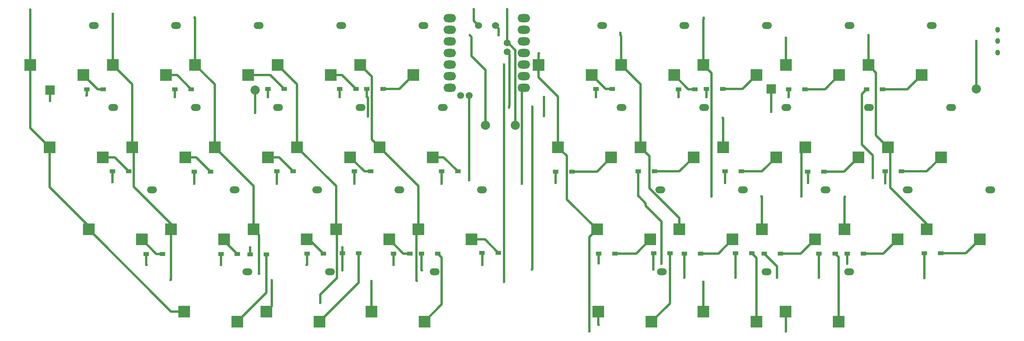
<source format=gbr>
%TF.GenerationSoftware,KiCad,Pcbnew,8.0.7*%
%TF.CreationDate,2025-05-18T22:23:59+09:00*%
%TF.ProjectId,cool436,636f6f6c-3433-4362-9e6b-696361645f70,rev?*%
%TF.SameCoordinates,Original*%
%TF.FileFunction,Copper,L2,Bot*%
%TF.FilePolarity,Positive*%
%FSLAX46Y46*%
G04 Gerber Fmt 4.6, Leading zero omitted, Abs format (unit mm)*
G04 Created by KiCad (PCBNEW 8.0.7) date 2025-05-18 22:23:59*
%MOMM*%
%LPD*%
G01*
G04 APERTURE LIST*
%TA.AperFunction,ComponentPad*%
%ADD10O,2.200000X1.500000*%
%TD*%
%TA.AperFunction,SMDPad,CuDef*%
%ADD11R,2.600000X2.600000*%
%TD*%
%TA.AperFunction,SMDPad,CuDef*%
%ADD12R,1.300000X0.950000*%
%TD*%
%TA.AperFunction,ComponentPad*%
%ADD13O,1.000000X1.300000*%
%TD*%
%TA.AperFunction,ComponentPad*%
%ADD14R,2.000000X2.000000*%
%TD*%
%TA.AperFunction,ComponentPad*%
%ADD15C,2.000000*%
%TD*%
%TA.AperFunction,ComponentPad*%
%ADD16O,2.750000X1.800000*%
%TD*%
%TA.AperFunction,ComponentPad*%
%ADD17C,1.500000*%
%TD*%
%TA.AperFunction,ComponentPad*%
%ADD18C,1.524000*%
%TD*%
%TA.AperFunction,ViaPad*%
%ADD19C,0.600000*%
%TD*%
%TA.AperFunction,Conductor*%
%ADD20C,0.500000*%
%TD*%
G04 APERTURE END LIST*
D10*
%TO.P,SW6,*%
%TO.N,*%
X41470000Y-29340000D03*
D11*
%TO.P,SW6,1,1*%
%TO.N,Col1*%
X27620000Y-38040000D03*
%TO.P,SW6,2,2*%
%TO.N,Net-(D6-A)*%
X39220000Y-40240000D03*
%TD*%
D10*
%TO.P,SW22,*%
%TO.N,*%
X134470000Y-29340000D03*
D11*
%TO.P,SW22,1,1*%
%TO.N,col5*%
X120620000Y-38040000D03*
%TO.P,SW22,2,2*%
%TO.N,Net-(D22-A)*%
X132220000Y-40240000D03*
%TD*%
D10*
%TO.P,SW14,*%
%TO.N,*%
X77470000Y-29340000D03*
D11*
%TO.P,SW14,1,1*%
%TO.N,Col3*%
X63620000Y-38040000D03*
%TO.P,SW14,2,2*%
%TO.N,Net-(D14-A)*%
X75220000Y-40240000D03*
%TD*%
D12*
%TO.P,D6,1,K*%
%TO.N,Row1*%
X41175000Y-43360000D03*
%TO.P,D6,2,A*%
%TO.N,Net-(D6-A)*%
X44725000Y-43360000D03*
%TD*%
D10*
%TO.P,SW13,*%
%TO.N,*%
X73220000Y-11340000D03*
D11*
%TO.P,SW13,1,1*%
%TO.N,Col3*%
X59370000Y-20040000D03*
%TO.P,SW13,2,2*%
%TO.N,Net-(D13-A)*%
X70970000Y-22240000D03*
%TD*%
D10*
%TO.P,SW24,*%
%TO.N,*%
X184170000Y-65340000D03*
D11*
%TO.P,SW24,1,1*%
%TO.N,col5*%
X170320000Y-74040000D03*
%TO.P,SW24,2,2*%
%TO.N,Net-(D24-A)*%
X181920000Y-76240000D03*
%TD*%
D12*
%TO.P,D7,1,K*%
%TO.N,Row2*%
X47005000Y-61390000D03*
%TO.P,D7,2,A*%
%TO.N,Net-(D7-A)*%
X50555000Y-61390000D03*
%TD*%
D10*
%TO.P,SW27,*%
%TO.N,*%
X152470000Y-29340000D03*
D11*
%TO.P,SW27,1,1*%
%TO.N,col6*%
X138620000Y-38040000D03*
%TO.P,SW27,2,2*%
%TO.N,Net-(D27-A)*%
X150220000Y-40240000D03*
%TD*%
D12*
%TO.P,D27,1,K*%
%TO.N,Row2*%
X138145000Y-43340000D03*
%TO.P,D27,2,A*%
%TO.N,Net-(D27-A)*%
X141695000Y-43340000D03*
%TD*%
%TO.P,D33,1,K*%
%TO.N,Row0*%
X170925000Y-25330000D03*
%TO.P,D33,2,A*%
%TO.N,Net-(D33-A)*%
X174475000Y-25330000D03*
%TD*%
%TO.P,D18,1,K*%
%TO.N,Row1*%
X95165000Y-43310000D03*
%TO.P,D18,2,A*%
%TO.N,Net-(D18-A)*%
X98715000Y-43310000D03*
%TD*%
D10*
%TO.P,SW23,*%
%TO.N,*%
X142970000Y-47340000D03*
D11*
%TO.P,SW23,1,1*%
%TO.N,col5*%
X129120000Y-56040000D03*
%TO.P,SW23,2,2*%
%TO.N,Net-(D23-A)*%
X140720000Y-58240000D03*
%TD*%
D12*
%TO.P,D4,1,K*%
%TO.N,Row3*%
X53365000Y-61470000D03*
%TO.P,D4,2,A*%
%TO.N,Net-(D4-A)*%
X56915000Y-61470000D03*
%TD*%
D10*
%TO.P,SW3,*%
%TO.N,*%
X31970000Y-47340000D03*
D11*
%TO.P,SW3,1,1*%
%TO.N,Col0*%
X18120000Y-56040000D03*
%TO.P,SW3,2,2*%
%TO.N,Net-(D3-A)*%
X29720000Y-58240000D03*
%TD*%
D10*
%TO.P,SW34,*%
%TO.N,*%
X202220000Y-11340000D03*
D11*
%TO.P,SW34,1,1*%
%TO.N,col8*%
X188370000Y-20040000D03*
%TO.P,SW34,2,2*%
%TO.N,Net-(D34-A)*%
X199970000Y-22240000D03*
%TD*%
D10*
%TO.P,SW26,*%
%TO.N,*%
X170470000Y-29340000D03*
D11*
%TO.P,SW26,1,1*%
%TO.N,col6*%
X156620000Y-38040000D03*
%TO.P,SW26,2,2*%
%TO.N,Net-(D26-A)*%
X168220000Y-40240000D03*
%TD*%
D10*
%TO.P,SW4,*%
%TO.N,*%
X52770000Y-65340000D03*
D11*
%TO.P,SW4,1,1*%
%TO.N,Col0*%
X38920000Y-74040000D03*
%TO.P,SW4,2,2*%
%TO.N,Net-(D4-A)*%
X50520000Y-76240000D03*
%TD*%
D12*
%TO.P,D22,1,K*%
%TO.N,Row1*%
X120080000Y-43350000D03*
%TO.P,D22,2,A*%
%TO.N,Net-(D22-A)*%
X123630000Y-43350000D03*
%TD*%
%TO.P,D26,1,K*%
%TO.N,Row1*%
X157085000Y-43320000D03*
%TO.P,D26,2,A*%
%TO.N,Net-(D26-A)*%
X160635000Y-43320000D03*
%TD*%
D13*
%TO.P,SW45,1,A*%
%TO.N,unconnected-(SW45-A-Pad1)*%
X216560000Y-12290000D03*
%TO.P,SW45,2,B*%
%TO.N,Net-(BT1--)*%
X216560000Y-14790000D03*
%TO.P,SW45,3,C*%
%TO.N,GND*%
X216560000Y-17290000D03*
%TD*%
D12*
%TO.P,D23,1,K*%
%TO.N,Row2*%
X129465000Y-61310000D03*
%TO.P,D23,2,A*%
%TO.N,Net-(D23-A)*%
X133015000Y-61310000D03*
%TD*%
D10*
%TO.P,SW20,*%
%TO.N,*%
X166170000Y-65340000D03*
D11*
%TO.P,SW20,1,1*%
%TO.N,Col4*%
X152320000Y-74040000D03*
%TO.P,SW20,2,2*%
%TO.N,Net-(D20-A)*%
X163920000Y-76240000D03*
%TD*%
D10*
%TO.P,SW12,*%
%TO.N,*%
X93670000Y-65340000D03*
D11*
%TO.P,SW12,1,1*%
%TO.N,Col2*%
X79820000Y-74040000D03*
%TO.P,SW12,2,2*%
%TO.N,Net-(D12-A)*%
X91420000Y-76240000D03*
%TD*%
D10*
%TO.P,SW33,*%
%TO.N,*%
X184220000Y-11340000D03*
D11*
%TO.P,SW33,1,1*%
%TO.N,col8*%
X170370000Y-20040000D03*
%TO.P,SW33,2,2*%
%TO.N,Net-(D33-A)*%
X181970000Y-22240000D03*
%TD*%
D12*
%TO.P,D32,1,K*%
%TO.N,Row3*%
X165655000Y-61340000D03*
%TO.P,D32,2,A*%
%TO.N,Net-(D32-A)*%
X169205000Y-61340000D03*
%TD*%
D10*
%TO.P,SW1,*%
%TO.N,*%
X19220000Y-11340000D03*
D11*
%TO.P,SW1,1,1*%
%TO.N,Col0*%
X5370000Y-20040000D03*
%TO.P,SW1,2,2*%
%TO.N,Net-(D1-A)*%
X16970000Y-22240000D03*
%TD*%
D10*
%TO.P,SW29,*%
%TO.N,*%
X166220000Y-11340000D03*
D11*
%TO.P,SW29,1,1*%
%TO.N,col7*%
X152370000Y-20040000D03*
%TO.P,SW29,2,2*%
%TO.N,Net-(D29-A)*%
X163970000Y-22240000D03*
%TD*%
D10*
%TO.P,SW31,*%
%TO.N,*%
X196970000Y-47340000D03*
D11*
%TO.P,SW31,1,1*%
%TO.N,col7*%
X183120000Y-56040000D03*
%TO.P,SW31,2,2*%
%TO.N,Net-(D31-A)*%
X194720000Y-58240000D03*
%TD*%
D14*
%TO.P,BT1,1,+*%
%TO.N,Net-(BT1-+)*%
X167170000Y-25290000D03*
D15*
%TO.P,BT1,2,-*%
%TO.N,Net-(BT1--)*%
X211970000Y-25290000D03*
%TD*%
D12*
%TO.P,D35,1,K*%
%TO.N,Row2*%
X192025000Y-43320000D03*
%TO.P,D35,2,A*%
%TO.N,Net-(D35-A)*%
X195575000Y-43320000D03*
%TD*%
%TO.P,D19,1,K*%
%TO.N,Row2*%
X104020000Y-61140000D03*
%TO.P,D19,2,A*%
%TO.N,Net-(D19-A)*%
X107570000Y-61140000D03*
%TD*%
D10*
%TO.P,SW35,*%
%TO.N,*%
X206470000Y-29340000D03*
D11*
%TO.P,SW35,1,1*%
%TO.N,col8*%
X192620000Y-38040000D03*
%TO.P,SW35,2,2*%
%TO.N,Net-(D35-A)*%
X204220000Y-40240000D03*
%TD*%
D12*
%TO.P,D1,1,K*%
%TO.N,Row0*%
X17675000Y-25330000D03*
%TO.P,D1,2,A*%
%TO.N,Net-(D1-A)*%
X21225000Y-25330000D03*
%TD*%
%TO.P,D5,1,K*%
%TO.N,Row0*%
X36945000Y-25340000D03*
%TO.P,D5,2,A*%
%TO.N,Net-(D5-A)*%
X40495000Y-25340000D03*
%TD*%
%TO.P,D10,1,K*%
%TO.N,Row1*%
X59215000Y-43310000D03*
%TO.P,D10,2,A*%
%TO.N,Net-(D10-A)*%
X62765000Y-43310000D03*
%TD*%
D10*
%TO.P,SW9,*%
%TO.N,*%
X55220000Y-11340000D03*
D11*
%TO.P,SW9,1,1*%
%TO.N,Col2*%
X41370000Y-20040000D03*
%TO.P,SW9,2,2*%
%TO.N,Net-(D9-A)*%
X52970000Y-22240000D03*
%TD*%
D10*
%TO.P,SW19,*%
%TO.N,*%
X103970000Y-47340000D03*
D11*
%TO.P,SW19,1,1*%
%TO.N,Col4*%
X90120000Y-56040000D03*
%TO.P,SW19,2,2*%
%TO.N,Net-(D19-A)*%
X101720000Y-58240000D03*
%TD*%
D12*
%TO.P,D14,1,K*%
%TO.N,Row1*%
X76135000Y-43330000D03*
%TO.P,D14,2,A*%
%TO.N,Net-(D14-A)*%
X79685000Y-43330000D03*
%TD*%
%TO.P,D31,1,K*%
%TO.N,Row2*%
X183705000Y-61360000D03*
%TO.P,D31,2,A*%
%TO.N,Net-(D31-A)*%
X187255000Y-61360000D03*
%TD*%
%TO.P,D15,1,K*%
%TO.N,Row2*%
X84655000Y-61330000D03*
%TO.P,D15,2,A*%
%TO.N,Net-(D15-A)*%
X88205000Y-61330000D03*
%TD*%
%TO.P,D3,1,K*%
%TO.N,Row2*%
X30695000Y-61420000D03*
%TO.P,D3,2,A*%
%TO.N,Net-(D3-A)*%
X34245000Y-61420000D03*
%TD*%
%TO.P,D12,1,K*%
%TO.N,Row3*%
X90815000Y-61300000D03*
%TO.P,D12,2,A*%
%TO.N,Net-(D12-A)*%
X94365000Y-61300000D03*
%TD*%
D10*
%TO.P,SW15,*%
%TO.N,*%
X85970000Y-47340000D03*
D11*
%TO.P,SW15,1,1*%
%TO.N,Col3*%
X72120000Y-56040000D03*
%TO.P,SW15,2,2*%
%TO.N,Net-(D15-A)*%
X83720000Y-58240000D03*
%TD*%
D14*
%TO.P,BT2,1,+*%
%TO.N,Bat*%
X9630000Y-25560000D03*
D15*
%TO.P,BT2,2,-*%
%TO.N,Net-(BT1-+)*%
X54430000Y-25560000D03*
%TD*%
D12*
%TO.P,D8,1,K*%
%TO.N,Row3*%
X73505000Y-61280000D03*
%TO.P,D8,2,A*%
%TO.N,Net-(D8-A)*%
X77055000Y-61280000D03*
%TD*%
%TO.P,D25,1,K*%
%TO.N,Row0*%
X146935000Y-25310000D03*
%TO.P,D25,2,A*%
%TO.N,Net-(D25-A)*%
X150485000Y-25310000D03*
%TD*%
D10*
%TO.P,SW2,*%
%TO.N,*%
X23470000Y-29340000D03*
D11*
%TO.P,SW2,1,1*%
%TO.N,Col0*%
X9620000Y-38040000D03*
%TO.P,SW2,2,2*%
%TO.N,Net-(D2-A)*%
X21220000Y-40240000D03*
%TD*%
D10*
%TO.P,SW8,*%
%TO.N,*%
X70770000Y-65340000D03*
D11*
%TO.P,SW8,1,1*%
%TO.N,Col1*%
X56920000Y-74040000D03*
%TO.P,SW8,2,2*%
%TO.N,Net-(D8-A)*%
X68520000Y-76240000D03*
%TD*%
D10*
%TO.P,SW16,*%
%TO.N,*%
X143270000Y-65340000D03*
D11*
%TO.P,SW16,1,1*%
%TO.N,Col3*%
X129420000Y-74040000D03*
%TO.P,SW16,2,2*%
%TO.N,Net-(D16-A)*%
X141020000Y-76240000D03*
%TD*%
D10*
%TO.P,SW17,*%
%TO.N,*%
X91220000Y-11340000D03*
D11*
%TO.P,SW17,1,1*%
%TO.N,Col4*%
X77370000Y-20040000D03*
%TO.P,SW17,2,2*%
%TO.N,Net-(D17-A)*%
X88970000Y-22240000D03*
%TD*%
D12*
%TO.P,D2,1,K*%
%TO.N,Row1*%
X23275000Y-43280000D03*
%TO.P,D2,2,A*%
%TO.N,Net-(D2-A)*%
X26825000Y-43280000D03*
%TD*%
%TO.P,D13,1,K*%
%TO.N,Row0*%
X72935000Y-25300000D03*
%TO.P,D13,2,A*%
%TO.N,Net-(D13-A)*%
X76485000Y-25300000D03*
%TD*%
D10*
%TO.P,SW36,*%
%TO.N,*%
X214970000Y-47340000D03*
D11*
%TO.P,SW36,1,1*%
%TO.N,col8*%
X201120000Y-56040000D03*
%TO.P,SW36,2,2*%
%TO.N,Net-(D36-A)*%
X212720000Y-58240000D03*
%TD*%
D12*
%TO.P,D20,1,K*%
%TO.N,Row3*%
X159375000Y-61240000D03*
%TO.P,D20,2,A*%
%TO.N,Net-(D20-A)*%
X162925000Y-61240000D03*
%TD*%
D10*
%TO.P,SW32,*%
%TO.N,*%
X178970000Y-47340000D03*
D11*
%TO.P,SW32,1,1*%
%TO.N,col7*%
X165120000Y-56040000D03*
%TO.P,SW32,2,2*%
%TO.N,Net-(D32-A)*%
X176720000Y-58240000D03*
%TD*%
D10*
%TO.P,SW7,*%
%TO.N,*%
X49970000Y-47340000D03*
D11*
%TO.P,SW7,1,1*%
%TO.N,Col1*%
X36120000Y-56040000D03*
%TO.P,SW7,2,2*%
%TO.N,Net-(D7-A)*%
X47720000Y-58240000D03*
%TD*%
D12*
%TO.P,D24,1,K*%
%TO.N,Row3*%
X177585000Y-61330000D03*
%TO.P,D24,2,A*%
%TO.N,Net-(D24-A)*%
X181135000Y-61330000D03*
%TD*%
D10*
%TO.P,SW21,*%
%TO.N,*%
X130220000Y-11340000D03*
D11*
%TO.P,SW21,1,1*%
%TO.N,col5*%
X116370000Y-20040000D03*
%TO.P,SW21,2,2*%
%TO.N,Net-(D21-A)*%
X127970000Y-22240000D03*
%TD*%
D12*
%TO.P,D30,1,K*%
%TO.N,Row1*%
X175145000Y-43380000D03*
%TO.P,D30,2,A*%
%TO.N,Net-(D30-A)*%
X178695000Y-43380000D03*
%TD*%
%TO.P,D17,1,K*%
%TO.N,Row0*%
X78815000Y-25290000D03*
%TO.P,D17,2,A*%
%TO.N,Net-(D17-A)*%
X82365000Y-25290000D03*
%TD*%
%TO.P,D28,1,K*%
%TO.N,Row3*%
X148215000Y-61310000D03*
%TO.P,D28,2,A*%
%TO.N,Net-(D28-A)*%
X151765000Y-61310000D03*
%TD*%
D10*
%TO.P,SW5,*%
%TO.N,*%
X37220000Y-11340000D03*
D11*
%TO.P,SW5,1,1*%
%TO.N,Col1*%
X23370000Y-20040000D03*
%TO.P,SW5,2,2*%
%TO.N,Net-(D5-A)*%
X34970000Y-22240000D03*
%TD*%
D10*
%TO.P,SW11,*%
%TO.N,*%
X67970000Y-47340000D03*
D11*
%TO.P,SW11,1,1*%
%TO.N,Col2*%
X54120000Y-56040000D03*
%TO.P,SW11,2,2*%
%TO.N,Net-(D11-A)*%
X65720000Y-58240000D03*
%TD*%
D12*
%TO.P,D34,1,K*%
%TO.N,Row1*%
X187935000Y-25380000D03*
%TO.P,D34,2,A*%
%TO.N,Net-(D34-A)*%
X191485000Y-25380000D03*
%TD*%
%TO.P,D36,1,K*%
%TO.N,Row3*%
X200595000Y-61280000D03*
%TO.P,D36,2,A*%
%TO.N,Net-(D36-A)*%
X204145000Y-61280000D03*
%TD*%
%TO.P,D16,1,K*%
%TO.N,Row3*%
X141460000Y-61280000D03*
%TO.P,D16,2,A*%
%TO.N,Net-(D16-A)*%
X145010000Y-61280000D03*
%TD*%
%TO.P,D29,1,K*%
%TO.N,Row0*%
X152995000Y-25290000D03*
%TO.P,D29,2,A*%
%TO.N,Net-(D29-A)*%
X156545000Y-25290000D03*
%TD*%
%TO.P,D9,1,K*%
%TO.N,Row0*%
X57235000Y-25260000D03*
%TO.P,D9,2,A*%
%TO.N,Net-(D9-A)*%
X60785000Y-25260000D03*
%TD*%
D15*
%TO.P,SW46,1,1*%
%TO.N,RST*%
X104780000Y-33250000D03*
%TO.P,SW46,2,2*%
%TO.N,GND*%
X111280000Y-33250000D03*
%TD*%
D12*
%TO.P,D21,1,K*%
%TO.N,Row0*%
X128875000Y-25280000D03*
%TO.P,D21,2,A*%
%TO.N,Net-(D21-A)*%
X132425000Y-25280000D03*
%TD*%
%TO.P,D11,1,K*%
%TO.N,Row2*%
X65770000Y-61350000D03*
%TO.P,D11,2,A*%
%TO.N,Net-(D11-A)*%
X69320000Y-61350000D03*
%TD*%
D10*
%TO.P,SW30,*%
%TO.N,*%
X188470000Y-29340000D03*
D11*
%TO.P,SW30,1,1*%
%TO.N,col7*%
X174620000Y-38040000D03*
%TO.P,SW30,2,2*%
%TO.N,Net-(D30-A)*%
X186220000Y-40240000D03*
%TD*%
D10*
%TO.P,SW18,*%
%TO.N,*%
X95470000Y-29340000D03*
D11*
%TO.P,SW18,1,1*%
%TO.N,Col4*%
X81620000Y-38040000D03*
%TO.P,SW18,2,2*%
%TO.N,Net-(D18-A)*%
X93220000Y-40240000D03*
%TD*%
D10*
%TO.P,SW28,*%
%TO.N,*%
X160970000Y-47340000D03*
D11*
%TO.P,SW28,1,1*%
%TO.N,col6*%
X147120000Y-56040000D03*
%TO.P,SW28,2,2*%
%TO.N,Net-(D28-A)*%
X158720000Y-58240000D03*
%TD*%
D10*
%TO.P,SW10,*%
%TO.N,*%
X59470000Y-29340000D03*
D11*
%TO.P,SW10,1,1*%
%TO.N,Col2*%
X45620000Y-38040000D03*
%TO.P,SW10,2,2*%
%TO.N,Net-(D10-A)*%
X57220000Y-40240000D03*
%TD*%
D10*
%TO.P,SW25,*%
%TO.N,*%
X148220000Y-11340000D03*
D11*
%TO.P,SW25,1,1*%
%TO.N,col6*%
X134370000Y-20040000D03*
%TO.P,SW25,2,2*%
%TO.N,Net-(D25-A)*%
X145970000Y-22240000D03*
%TD*%
D16*
%TO.P,U1,1,P0.02_A0_D0*%
%TO.N,col8*%
X113160000Y-9804000D03*
%TO.P,U1,2,P0.03_A1_D1*%
%TO.N,col7*%
X113160000Y-12344000D03*
%TO.P,U1,3,P0.28_A2_D2*%
%TO.N,col6*%
X113160000Y-14884000D03*
%TO.P,U1,4,P0.29_A3_D3*%
%TO.N,col5*%
X113160000Y-17424000D03*
%TO.P,U1,5,P0.04_A4_D4_SDA*%
%TO.N,Col4*%
X113160000Y-19964000D03*
%TO.P,U1,6,P0.05_A5_D5_SCL*%
%TO.N,Row0*%
X113160000Y-22504000D03*
%TO.P,U1,7,P1.11_D6_TX*%
%TO.N,Row1*%
X113160000Y-25044000D03*
%TO.P,U1,8,P1.12_D7_RX*%
%TO.N,Col3*%
X96920000Y-25044000D03*
%TO.P,U1,9,P1.13_D8_SCK*%
%TO.N,Col2*%
X96920000Y-22504000D03*
%TO.P,U1,10,P1.14_D9_MISO*%
%TO.N,Col1*%
X96920000Y-19964000D03*
%TO.P,U1,11,P1.15_D10_MOSI*%
%TO.N,Col0*%
X96920000Y-17424000D03*
%TO.P,U1,12,3V3*%
%TO.N,unconnected-(U1-3V3-Pad12)*%
X96920000Y-14884000D03*
%TO.P,U1,13,GND*%
%TO.N,GND*%
X96920000Y-12344000D03*
%TO.P,U1,14,5V*%
%TO.N,VCC*%
X96920000Y-9804000D03*
D17*
%TO.P,U1,15,NFC1_0.09*%
%TO.N,Row2*%
X101204600Y-26736000D03*
%TO.P,U1,16,NFC2_0.10*%
%TO.N,Row3*%
X99325000Y-26736000D03*
%TO.P,U1,20,BATT+*%
%TO.N,Bat*%
X109485000Y-17107000D03*
%TO.P,U1,21,BATT-*%
%TO.N,GND*%
X109485000Y-15202000D03*
D18*
%TO.P,U1,22,RST*%
%TO.N,RST*%
X106920000Y-11354000D03*
%TO.P,U1,23,GND*%
%TO.N,GND*%
X103200000Y-11414000D03*
%TD*%
D19*
%TO.N,Net-(BT1-+)*%
X54430000Y-30540000D03*
X167130000Y-30250000D03*
%TO.N,Bat*%
X109940000Y-29320000D03*
X9650000Y-27920000D03*
%TO.N,Row2*%
X65750000Y-63790000D03*
%TO.N,Col3*%
X68690000Y-72080000D03*
X129450000Y-76940000D03*
%TO.N,Row3*%
X159370000Y-66620000D03*
X168450000Y-66620000D03*
X177580000Y-66620000D03*
X200620000Y-66650000D03*
X148220000Y-66620000D03*
X141390000Y-64820000D03*
X114880000Y-64790000D03*
X114950000Y-29130000D03*
%TO.N,Row2*%
X101210000Y-45260000D03*
X138145000Y-45120000D03*
%TO.N,Row0*%
X117550000Y-31190000D03*
X117570188Y-27070000D03*
X79080000Y-31250000D03*
%TO.N,Row1*%
X112700000Y-46010000D03*
%TO.N,Col4*%
X108840000Y-19964000D03*
%TO.N,RST*%
X101340000Y-13520000D03*
X107660000Y-13520000D03*
%TO.N,Col4*%
X108820000Y-67540000D03*
%TO.N,Col3*%
X63620000Y-27910000D03*
%TO.N,Col2*%
X41260000Y-9570000D03*
%TO.N,Col1*%
X23380000Y-8830000D03*
%TO.N,Col0*%
X5360000Y-7880000D03*
%TO.N,col5*%
X116390000Y-17460000D03*
%TO.N,col6*%
X134240000Y-13030000D03*
%TO.N,col7*%
X152380000Y-9700000D03*
%TO.N,GND*%
X109470000Y-7830000D03*
X102180000Y-7820000D03*
%TO.N,Net-(BT1--)*%
X211940000Y-14800000D03*
%TO.N,Row1*%
X189300000Y-44780000D03*
%TO.N,Row2*%
X143190000Y-63510000D03*
X192030000Y-45950000D03*
X138090000Y-48650000D03*
X129500000Y-63440000D03*
X183700000Y-63510000D03*
%TO.N,Row1*%
X157030000Y-45870000D03*
X175180000Y-45850000D03*
X120060000Y-45870000D03*
%TO.N,Row0*%
X146940000Y-27070000D03*
X153000000Y-27070000D03*
X170930000Y-27060000D03*
X128890000Y-27070000D03*
%TO.N,Row2*%
X46980000Y-63790000D03*
%TO.N,Row3*%
X53380000Y-59970000D03*
X73490000Y-60000000D03*
X73500000Y-65010000D03*
X90830000Y-64950000D03*
%TO.N,Row2*%
X84680000Y-63790000D03*
X104030000Y-63820000D03*
X30720000Y-63790000D03*
%TO.N,Row1*%
X41170000Y-46010000D03*
X59230000Y-46010000D03*
X76140000Y-46010000D03*
X95190000Y-46010000D03*
X23270000Y-45670000D03*
%TO.N,Row0*%
X36970000Y-27010000D03*
X57260000Y-27010000D03*
X72900000Y-27010000D03*
X78840000Y-27000000D03*
X17640000Y-26700000D03*
%TO.N,col8*%
X188410000Y-13510000D03*
X170390000Y-14100000D03*
%TO.N,col7*%
X165070000Y-48790000D03*
X173760000Y-48790000D03*
X183200000Y-48860000D03*
X154090000Y-48790000D03*
%TO.N,col6*%
X156600000Y-31580000D03*
X138620000Y-31520000D03*
%TO.N,col5*%
X170340000Y-78350000D03*
X127440000Y-78390000D03*
%TO.N,Col4*%
X152370000Y-67540000D03*
X89750000Y-67270000D03*
%TO.N,Col2*%
X79850000Y-67350000D03*
X55340000Y-65700000D03*
%TO.N,Col1*%
X36020000Y-67110000D03*
X58130000Y-67160000D03*
%TD*%
D20*
%TO.N,Net-(BT1-+)*%
X54430000Y-30540000D02*
X54430000Y-25560000D01*
X167170000Y-25290000D02*
X167170000Y-30210000D01*
X167170000Y-30210000D02*
X167130000Y-30250000D01*
%TO.N,Bat*%
X109940000Y-29320000D02*
X109940000Y-28990000D01*
X109970000Y-28960000D02*
X109970000Y-17592000D01*
X109940000Y-28990000D02*
X109970000Y-28960000D01*
X109970000Y-17592000D02*
X109485000Y-17107000D01*
X9630000Y-25560000D02*
X9630000Y-27900000D01*
X9630000Y-27900000D02*
X9650000Y-27920000D01*
%TO.N,Net-(D11-A)*%
X65720000Y-58240000D02*
X66210000Y-58240000D01*
X66210000Y-58240000D02*
X69320000Y-61350000D01*
%TO.N,Row2*%
X65770000Y-61350000D02*
X65770000Y-63770000D01*
X65770000Y-63770000D02*
X65750000Y-63790000D01*
%TO.N,Col3*%
X68690000Y-72080000D02*
X68690000Y-70300000D01*
X72120000Y-56040000D02*
X72325000Y-56245000D01*
X72325000Y-56245000D02*
X72325000Y-66665000D01*
X72325000Y-66665000D02*
X68690000Y-70300000D01*
X129420000Y-76910000D02*
X129450000Y-76940000D01*
X129420000Y-74040000D02*
X129420000Y-76910000D01*
%TO.N,Row3*%
X159375000Y-66615000D02*
X159370000Y-66620000D01*
X159375000Y-61240000D02*
X159375000Y-66615000D01*
X168450000Y-64135000D02*
X168450000Y-66620000D01*
X165655000Y-61340000D02*
X168450000Y-64135000D01*
X177585000Y-66615000D02*
X177580000Y-66620000D01*
X177585000Y-61330000D02*
X177585000Y-66615000D01*
X200620000Y-66650000D02*
X200620000Y-66310000D01*
X200620000Y-66310000D02*
X200595000Y-66285000D01*
X200595000Y-66285000D02*
X200595000Y-61280000D01*
X148215000Y-66615000D02*
X148220000Y-66620000D01*
X148215000Y-61310000D02*
X148215000Y-66615000D01*
X141390000Y-61350000D02*
X141460000Y-61280000D01*
X141390000Y-64820000D02*
X141390000Y-61350000D01*
X114950000Y-29130000D02*
X114950000Y-64720000D01*
X114950000Y-64720000D02*
X114880000Y-64790000D01*
%TO.N,Row2*%
X101204600Y-45254600D02*
X101210000Y-45260000D01*
X101204600Y-26736000D02*
X101204600Y-45254600D01*
%TO.N,Row0*%
X117550000Y-31190000D02*
X117550000Y-27090188D01*
X78840000Y-27000000D02*
X79080000Y-27240000D01*
X79080000Y-27240000D02*
X79080000Y-31250000D01*
X117550000Y-27090188D02*
X117570188Y-27070000D01*
%TO.N,Row1*%
X112730000Y-45980000D02*
X112700000Y-46010000D01*
X112660000Y-25044000D02*
X112730000Y-25114000D01*
X112730000Y-25114000D02*
X112730000Y-45980000D01*
%TO.N,Col4*%
X108820000Y-52080000D02*
X108820000Y-67540000D01*
X108820000Y-52080000D02*
X108820000Y-19984000D01*
X108820000Y-19984000D02*
X108840000Y-19964000D01*
%TO.N,RST*%
X104780000Y-33250000D02*
X104780000Y-21120000D01*
X101729932Y-18069932D02*
X101729932Y-13909932D01*
X104780000Y-21120000D02*
X101729932Y-18069932D01*
X101729932Y-13909932D02*
X101340000Y-13520000D01*
X107660000Y-12094000D02*
X107660000Y-13520000D01*
X106920000Y-11354000D02*
X107660000Y-12094000D01*
%TO.N,Col3*%
X63620000Y-24290000D02*
X63620000Y-27910000D01*
X63620000Y-27910000D02*
X63620000Y-38040000D01*
%TO.N,Col2*%
X41370000Y-9680000D02*
X41370000Y-20040000D01*
X41260000Y-9570000D02*
X41370000Y-9680000D01*
%TO.N,Col1*%
X23370000Y-8840000D02*
X23380000Y-8830000D01*
X23370000Y-20040000D02*
X23370000Y-8840000D01*
%TO.N,Col0*%
X5360000Y-7880000D02*
X5370000Y-7890000D01*
X5370000Y-7890000D02*
X5370000Y-20040000D01*
%TO.N,col5*%
X116370000Y-17480000D02*
X116390000Y-17460000D01*
X116370000Y-20040000D02*
X116370000Y-17480000D01*
%TO.N,col6*%
X134370000Y-13670000D02*
X134370000Y-20040000D01*
X134240000Y-13030000D02*
X134240000Y-13540000D01*
X134240000Y-13540000D02*
X134370000Y-13670000D01*
%TO.N,col7*%
X152370000Y-10010000D02*
X152370000Y-20040000D01*
X152380000Y-9700000D02*
X152380000Y-10000000D01*
X152380000Y-10000000D02*
X152370000Y-10010000D01*
%TO.N,GND*%
X109485000Y-15202000D02*
X109706509Y-15202000D01*
X109706509Y-15202000D02*
X111280000Y-16775491D01*
X111280000Y-16775491D02*
X111280000Y-33250000D01*
X109485000Y-15202000D02*
X109485000Y-7845000D01*
X109485000Y-7845000D02*
X109470000Y-7830000D01*
X102180000Y-10394000D02*
X103200000Y-11414000D01*
X102180000Y-7820000D02*
X102180000Y-10394000D01*
%TO.N,Net-(BT1--)*%
X211970000Y-14830000D02*
X211940000Y-14800000D01*
X211970000Y-25290000D02*
X211970000Y-14830000D01*
%TO.N,Row1*%
X187935000Y-25380000D02*
X186920000Y-26395000D01*
X186920000Y-37440000D02*
X189300000Y-39820000D01*
X189300000Y-39820000D02*
X189300000Y-44780000D01*
X186920000Y-26395000D02*
X186920000Y-37440000D01*
%TO.N,Row2*%
X143190000Y-63510000D02*
X143190000Y-54307056D01*
X139730000Y-50290000D02*
X138090000Y-48650000D01*
X143190000Y-54307056D02*
X139730000Y-50847056D01*
X139730000Y-50847056D02*
X139730000Y-50290000D01*
X192030000Y-45950000D02*
X192030000Y-43325000D01*
X192030000Y-43325000D02*
X192025000Y-43320000D01*
X138145000Y-48595000D02*
X138090000Y-48650000D01*
X138145000Y-43340000D02*
X138145000Y-48595000D01*
X183705000Y-61360000D02*
X183705000Y-63505000D01*
X183705000Y-63505000D02*
X183700000Y-63510000D01*
X129500000Y-63440000D02*
X129500000Y-61345000D01*
X129500000Y-61345000D02*
X129465000Y-61310000D01*
%TO.N,Row1*%
X157085000Y-43320000D02*
X157085000Y-45815000D01*
X157085000Y-45815000D02*
X157030000Y-45870000D01*
X120080000Y-43350000D02*
X120080000Y-45850000D01*
X120080000Y-45850000D02*
X120060000Y-45870000D01*
X175180000Y-45850000D02*
X175180000Y-43415000D01*
X175180000Y-43415000D02*
X175145000Y-43380000D01*
%TO.N,Row0*%
X146935000Y-25310000D02*
X146935000Y-27065000D01*
X146935000Y-27065000D02*
X146940000Y-27070000D01*
X152995000Y-25290000D02*
X152995000Y-27065000D01*
X152995000Y-27065000D02*
X153000000Y-27070000D01*
X170930000Y-25335000D02*
X170925000Y-25330000D01*
X128875000Y-25280000D02*
X128875000Y-27055000D01*
X128875000Y-27055000D02*
X128890000Y-27070000D01*
X170930000Y-27060000D02*
X170930000Y-25335000D01*
%TO.N,Row2*%
X47005000Y-61390000D02*
X47005000Y-63765000D01*
X47005000Y-63765000D02*
X46980000Y-63790000D01*
%TO.N,Row3*%
X53380000Y-59970000D02*
X53380000Y-61455000D01*
X53380000Y-61455000D02*
X53365000Y-61470000D01*
X73490000Y-61265000D02*
X73505000Y-61280000D01*
X73490000Y-60000000D02*
X73490000Y-61265000D01*
X90815000Y-61300000D02*
X90815000Y-64935000D01*
X90815000Y-64935000D02*
X90830000Y-64950000D01*
X73500000Y-65010000D02*
X73500000Y-61285000D01*
X73500000Y-61285000D02*
X73505000Y-61280000D01*
%TO.N,Row2*%
X84655000Y-61330000D02*
X84655000Y-63765000D01*
X84655000Y-63765000D02*
X84680000Y-63790000D01*
X30695000Y-61420000D02*
X30695000Y-63765000D01*
X30695000Y-63765000D02*
X30720000Y-63790000D01*
X104030000Y-63820000D02*
X104030000Y-61150000D01*
X104030000Y-61150000D02*
X104020000Y-61140000D01*
%TO.N,Row1*%
X41175000Y-46005000D02*
X41170000Y-46010000D01*
X41175000Y-43360000D02*
X41175000Y-46005000D01*
X59215000Y-43310000D02*
X59215000Y-45995000D01*
X59215000Y-45995000D02*
X59230000Y-46010000D01*
X76135000Y-46005000D02*
X76140000Y-46010000D01*
X76135000Y-43330000D02*
X76135000Y-46005000D01*
X95190000Y-43335000D02*
X95165000Y-43310000D01*
X23275000Y-43280000D02*
X23275000Y-45665000D01*
X23275000Y-45665000D02*
X23270000Y-45670000D01*
X95190000Y-46010000D02*
X95190000Y-43335000D01*
%TO.N,Row0*%
X36945000Y-25340000D02*
X36945000Y-26985000D01*
X36945000Y-26985000D02*
X36970000Y-27010000D01*
X57235000Y-25260000D02*
X57235000Y-26985000D01*
X57235000Y-26985000D02*
X57260000Y-27010000D01*
X72935000Y-25300000D02*
X72935000Y-26975000D01*
X72935000Y-26975000D02*
X72900000Y-27010000D01*
X17675000Y-26665000D02*
X17640000Y-26700000D01*
X17675000Y-25330000D02*
X17675000Y-26665000D01*
X78840000Y-25315000D02*
X78815000Y-25290000D01*
X78840000Y-27000000D02*
X78840000Y-25315000D01*
%TO.N,col8*%
X192620000Y-38040000D02*
X193125000Y-38545000D01*
X193125000Y-46847944D02*
X201120000Y-54842944D01*
X193125000Y-38545000D02*
X193125000Y-46847944D01*
X201120000Y-54842944D02*
X201120000Y-56040000D01*
X188370000Y-20040000D02*
X190020000Y-21690000D01*
X190020000Y-35440000D02*
X192620000Y-38040000D01*
X190020000Y-21690000D02*
X190020000Y-35440000D01*
X170370000Y-20040000D02*
X170370000Y-14120000D01*
X188370000Y-13870000D02*
X188370000Y-20040000D01*
X170370000Y-14120000D02*
X170390000Y-14100000D01*
X188410000Y-13510000D02*
X188410000Y-13830000D01*
X188410000Y-13830000D02*
X188370000Y-13870000D01*
%TO.N,col7*%
X165120000Y-48840000D02*
X165070000Y-48790000D01*
X165120000Y-56040000D02*
X165120000Y-48840000D01*
X174620000Y-38040000D02*
X173760000Y-38900000D01*
X173760000Y-38900000D02*
X173760000Y-48790000D01*
X152370000Y-20040000D02*
X154095000Y-21765000D01*
X154095000Y-21765000D02*
X154095000Y-48785000D01*
X154095000Y-48785000D02*
X154090000Y-48790000D01*
X183200000Y-48860000D02*
X183120000Y-48940000D01*
X183120000Y-48940000D02*
X183120000Y-56040000D01*
%TO.N,col6*%
X138620000Y-24290000D02*
X138620000Y-31520000D01*
X156620000Y-31600000D02*
X156600000Y-31580000D01*
X138620000Y-31520000D02*
X138620000Y-38040000D01*
X156620000Y-38040000D02*
X156620000Y-31600000D01*
X138620000Y-38040000D02*
X140595000Y-40015000D01*
X140595000Y-40015000D02*
X140595000Y-47012056D01*
X147120000Y-53537056D02*
X147120000Y-56040000D01*
X140595000Y-47012056D02*
X147120000Y-53537056D01*
X134370000Y-20040000D02*
X138620000Y-24290000D01*
%TO.N,col5*%
X170340000Y-78350000D02*
X170340000Y-74060000D01*
X170340000Y-74060000D02*
X170320000Y-74040000D01*
X129120000Y-56040000D02*
X127440000Y-57720000D01*
X127440000Y-57720000D02*
X127440000Y-78390000D01*
%TO.N,Col4*%
X89715000Y-67235000D02*
X89750000Y-67270000D01*
X90120000Y-56040000D02*
X89715000Y-56445000D01*
X89715000Y-56445000D02*
X89715000Y-67235000D01*
X152370000Y-67540000D02*
X152320000Y-67590000D01*
X152320000Y-67590000D02*
X152320000Y-74040000D01*
%TO.N,col5*%
X120620000Y-38040000D02*
X122530000Y-39950000D01*
X122530000Y-39950000D02*
X122530000Y-49450000D01*
X122530000Y-49450000D02*
X129120000Y-56040000D01*
X116370000Y-20040000D02*
X116370000Y-22700000D01*
X116370000Y-22700000D02*
X120620000Y-26950000D01*
X120620000Y-26950000D02*
X120620000Y-38040000D01*
%TO.N,Col4*%
X81620000Y-38040000D02*
X90120000Y-46540000D01*
X90120000Y-46540000D02*
X90120000Y-56040000D01*
X77370000Y-20040000D02*
X79915000Y-22585000D01*
X79915000Y-22585000D02*
X79915000Y-36335000D01*
X79915000Y-36335000D02*
X81620000Y-38040000D01*
%TO.N,Col2*%
X54120000Y-56040000D02*
X55340000Y-57260000D01*
X55340000Y-57260000D02*
X55340000Y-65700000D01*
X79820000Y-67690000D02*
X79820000Y-74040000D01*
X79850000Y-67350000D02*
X79850000Y-67660000D01*
X79850000Y-67660000D02*
X79820000Y-67690000D01*
%TO.N,Col3*%
X63620000Y-38040000D02*
X72120000Y-46540000D01*
X72120000Y-46540000D02*
X72120000Y-56040000D01*
%TO.N,Col2*%
X45620000Y-38040000D02*
X54120000Y-46540000D01*
X54120000Y-46540000D02*
X54120000Y-56040000D01*
%TO.N,Col3*%
X59370000Y-20040000D02*
X63620000Y-24290000D01*
%TO.N,Col2*%
X41370000Y-20040000D02*
X45620000Y-24290000D01*
X45620000Y-24290000D02*
X45620000Y-38040000D01*
%TO.N,Col1*%
X23370000Y-20040000D02*
X27620000Y-24290000D01*
X27620000Y-24290000D02*
X27620000Y-38040000D01*
%TO.N,Col0*%
X5370000Y-20040000D02*
X5370000Y-33790000D01*
X5370000Y-33790000D02*
X9620000Y-38040000D01*
%TO.N,Col1*%
X27620000Y-38040000D02*
X27925000Y-38345000D01*
X27925000Y-46647944D02*
X36120000Y-54842944D01*
X27925000Y-38345000D02*
X27925000Y-46647944D01*
X36120000Y-54842944D02*
X36120000Y-56040000D01*
%TO.N,Col0*%
X18120000Y-56040000D02*
X18120000Y-55310000D01*
X18120000Y-55310000D02*
X9620000Y-46810000D01*
X9620000Y-46810000D02*
X9620000Y-38040000D01*
%TO.N,Col1*%
X36020000Y-67110000D02*
X36120000Y-67010000D01*
X56920000Y-74040000D02*
X58130000Y-72830000D01*
X58130000Y-72830000D02*
X58130000Y-67160000D01*
X36120000Y-67010000D02*
X36120000Y-56040000D01*
%TO.N,Col0*%
X38920000Y-74040000D02*
X36120000Y-74040000D01*
X36120000Y-74040000D02*
X18120000Y-56040000D01*
%TO.N,Net-(D4-A)*%
X50520000Y-76240000D02*
X56915000Y-69845000D01*
X56915000Y-69845000D02*
X56915000Y-61470000D01*
%TO.N,Net-(D7-A)*%
X47720000Y-58240000D02*
X47720000Y-58555000D01*
X47720000Y-58555000D02*
X50555000Y-61390000D01*
%TO.N,Net-(D8-A)*%
X77055000Y-61280000D02*
X77055000Y-67705000D01*
X77055000Y-67705000D02*
X68520000Y-76240000D01*
%TO.N,Net-(D12-A)*%
X94365000Y-61300000D02*
X95220000Y-62155000D01*
X95220000Y-62155000D02*
X95220000Y-72440000D01*
X95220000Y-72440000D02*
X91420000Y-76240000D01*
%TO.N,Net-(D15-A)*%
X83720000Y-58240000D02*
X86810000Y-61330000D01*
X86810000Y-61330000D02*
X88205000Y-61330000D01*
%TO.N,Net-(D19-A)*%
X101720000Y-58240000D02*
X104670000Y-58240000D01*
X104670000Y-58240000D02*
X107570000Y-61140000D01*
%TO.N,Net-(D3-A)*%
X29720000Y-58240000D02*
X32900000Y-61420000D01*
X32900000Y-61420000D02*
X34245000Y-61420000D01*
%TO.N,Net-(D2-A)*%
X21220000Y-40240000D02*
X23785000Y-40240000D01*
X23785000Y-40240000D02*
X26825000Y-43280000D01*
%TO.N,Net-(D6-A)*%
X39220000Y-40240000D02*
X41605000Y-40240000D01*
X41605000Y-40240000D02*
X44725000Y-43360000D01*
%TO.N,Net-(D10-A)*%
X57220000Y-40240000D02*
X59695000Y-40240000D01*
X59695000Y-40240000D02*
X62765000Y-43310000D01*
%TO.N,Net-(D14-A)*%
X75220000Y-40240000D02*
X78310000Y-43330000D01*
X78310000Y-43330000D02*
X79685000Y-43330000D01*
%TO.N,Net-(D18-A)*%
X93220000Y-40240000D02*
X95645000Y-40240000D01*
X95645000Y-40240000D02*
X98715000Y-43310000D01*
%TO.N,Net-(D17-A)*%
X88970000Y-22240000D02*
X85920000Y-25290000D01*
X85920000Y-25290000D02*
X82365000Y-25290000D01*
%TO.N,Net-(D13-A)*%
X70970000Y-22240000D02*
X73425000Y-22240000D01*
X73425000Y-22240000D02*
X76485000Y-25300000D01*
%TO.N,Net-(D9-A)*%
X52970000Y-22240000D02*
X57765000Y-22240000D01*
X57765000Y-22240000D02*
X60785000Y-25260000D01*
%TO.N,Net-(D5-A)*%
X34970000Y-22240000D02*
X37395000Y-22240000D01*
X37395000Y-22240000D02*
X40495000Y-25340000D01*
%TO.N,Net-(D1-A)*%
X16970000Y-22240000D02*
X20060000Y-25330000D01*
X20060000Y-25330000D02*
X21225000Y-25330000D01*
%TO.N,Net-(D16-A)*%
X141020000Y-76240000D02*
X145010000Y-72250000D01*
X145010000Y-72250000D02*
X145010000Y-61280000D01*
%TO.N,Net-(D23-A)*%
X140720000Y-58240000D02*
X137650000Y-61310000D01*
X137650000Y-61310000D02*
X133015000Y-61310000D01*
%TO.N,Net-(D20-A)*%
X163920000Y-76240000D02*
X163920000Y-62235000D01*
X163920000Y-62235000D02*
X162925000Y-61240000D01*
%TO.N,Net-(D28-A)*%
X158720000Y-58240000D02*
X155650000Y-61310000D01*
X155650000Y-61310000D02*
X151765000Y-61310000D01*
%TO.N,Net-(D24-A)*%
X181920000Y-76240000D02*
X181920000Y-62115000D01*
X181920000Y-62115000D02*
X181135000Y-61330000D01*
%TO.N,Net-(D36-A)*%
X212720000Y-58240000D02*
X209680000Y-61280000D01*
X209680000Y-61280000D02*
X204145000Y-61280000D01*
%TO.N,Net-(D31-A)*%
X194720000Y-58240000D02*
X191600000Y-61360000D01*
X191600000Y-61360000D02*
X187255000Y-61360000D01*
%TO.N,Net-(D32-A)*%
X176720000Y-58240000D02*
X173620000Y-61340000D01*
X173620000Y-61340000D02*
X169205000Y-61340000D01*
%TO.N,Net-(D22-A)*%
X132220000Y-40240000D02*
X129110000Y-43350000D01*
X129110000Y-43350000D02*
X123630000Y-43350000D01*
%TO.N,Net-(D27-A)*%
X150220000Y-40240000D02*
X147120000Y-43340000D01*
X147120000Y-43340000D02*
X141695000Y-43340000D01*
%TO.N,Net-(D26-A)*%
X168220000Y-40240000D02*
X165140000Y-43320000D01*
X165140000Y-43320000D02*
X160635000Y-43320000D01*
%TO.N,Net-(D30-A)*%
X186220000Y-40240000D02*
X183080000Y-43380000D01*
X183080000Y-43380000D02*
X178695000Y-43380000D01*
%TO.N,Net-(D35-A)*%
X204220000Y-40240000D02*
X201140000Y-43320000D01*
X201140000Y-43320000D02*
X195575000Y-43320000D01*
%TO.N,Net-(D34-A)*%
X199970000Y-22240000D02*
X196830000Y-25380000D01*
X196830000Y-25380000D02*
X191485000Y-25380000D01*
%TO.N,Net-(D33-A)*%
X181970000Y-22240000D02*
X178880000Y-25330000D01*
X178880000Y-25330000D02*
X174475000Y-25330000D01*
%TO.N,Net-(D29-A)*%
X163970000Y-22240000D02*
X160920000Y-25290000D01*
X160920000Y-25290000D02*
X156545000Y-25290000D01*
%TO.N,Net-(D25-A)*%
X145970000Y-22240000D02*
X149040000Y-25310000D01*
X149040000Y-25310000D02*
X150485000Y-25310000D01*
%TO.N,Net-(D21-A)*%
X127970000Y-22240000D02*
X131010000Y-25280000D01*
X131010000Y-25280000D02*
X132425000Y-25280000D01*
%TD*%
M02*

</source>
